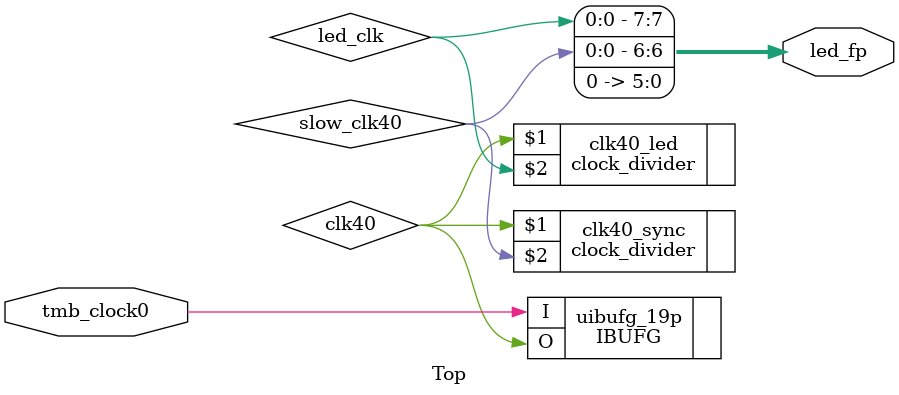
<source format=v>
`timescale 1ns / 1ps
module Top(
	input wire tmb_clock0,
	output wire [0:7]led_fp
    );
	wire clk40;
	wire led_clk;
	wire slow_clk40;
	IBUFG uibufg_19p (.I(tmb_clock0),
					  .O(clk40));   // In  40MHz clock
	
	clock_divider #(
					.DIVISOR(28'd1_000) // 40Mhz/1.000 = 4KHz
					) clk40_sync(clk40,
								 slow_clk40);
									
	clock_divider #(
					.DIVISOR(28'd1_000_000) // 40Mhz/1.000.000 = 4Hz
					) clk40_led(clk40,
								 led_clk);
	assign led_fp[0] = led_clk;
	assign led_fp[1] = slow_clk40;
	assign led_fp[2:7] = 5'b0000_0;
endmodule

</source>
